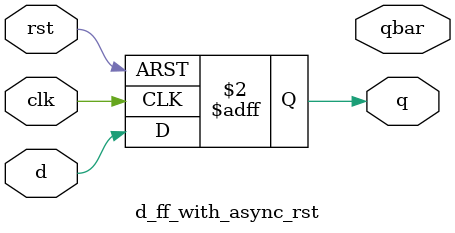
<source format=sv>

module d_ff_with_async_rst(
    input d,
    input clk,
    input rst,
    output logic q,
    output logic qbar
  );
  
  always @(posedge clk or posedge rst) begin
    if(rst) q <= 0;
    else q <= d;
  end

endmodule

</source>
